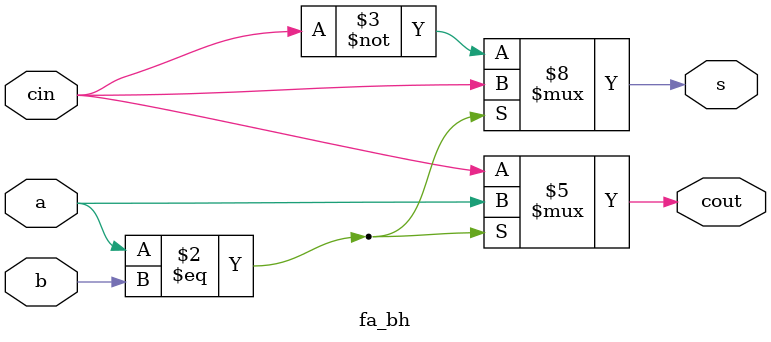
<source format=v>
module fa_bh
(input a,b,cin,
output reg s,cout);

always @(a,b,cin)
begin
	if (a==b)
		begin
			s = cin;
			cout = a;
		end
	else 
		begin
			s = ~cin;
			cout = cin;
		end
end

endmodule 
</source>
